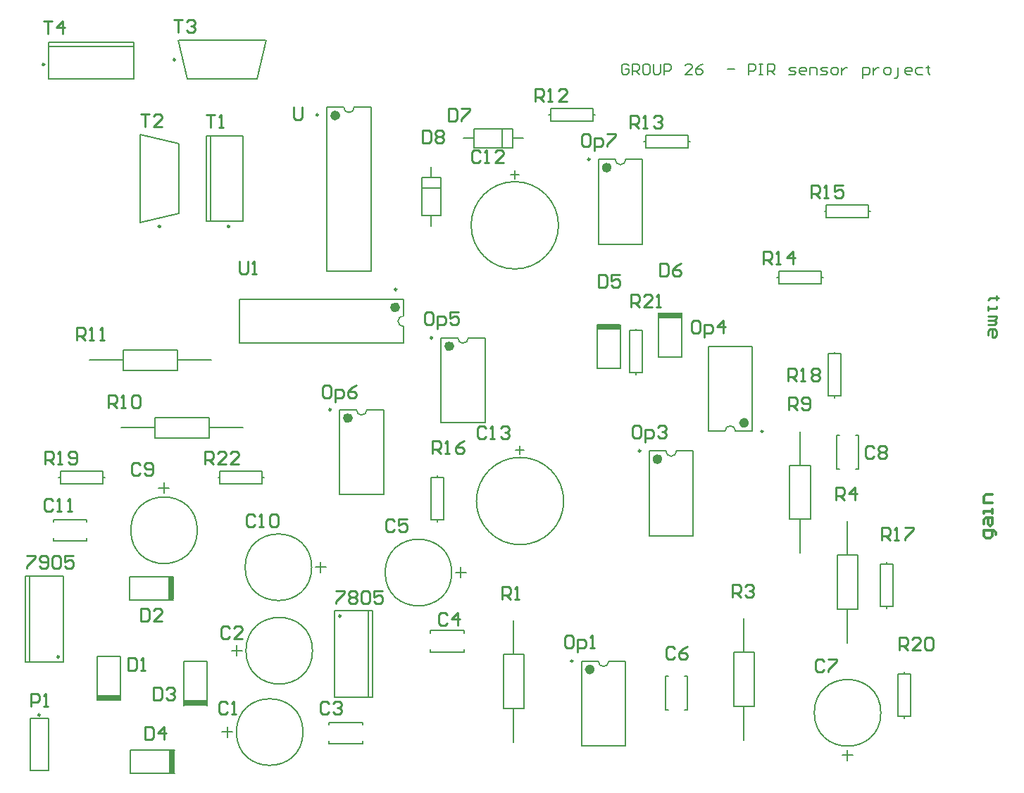
<source format=gto>
G04*
G04 #@! TF.GenerationSoftware,Altium Limited,Altium Designer,22.0.2 (36)*
G04*
G04 Layer_Color=65535*
%FSLAX25Y25*%
%MOIN*%
G70*
G04*
G04 #@! TF.SameCoordinates,EECF79FC-5A36-4EFC-AF15-45E6CBE4EAF3*
G04*
G04*
G04 #@! TF.FilePolarity,Positive*
G04*
G01*
G75*
%ADD10C,0.00787*%
%ADD11C,0.00984*%
%ADD12C,0.02362*%
%ADD13C,0.00591*%
%ADD14C,0.01181*%
%ADD15C,0.01000*%
%ADD16R,0.11024X0.03150*%
%ADD17R,0.03150X0.11024*%
D10*
X541748Y163610D02*
G03*
X541748Y163610I-15748J0D01*
G01*
X408000Y188079D02*
G03*
X413000Y188079I2500J0D01*
G01*
X293500Y307079D02*
G03*
X298500Y307079I2500J0D01*
G01*
X287500Y450280D02*
G03*
X292500Y450280I2500J0D01*
G01*
X473000Y296921D02*
G03*
X468000Y296921I-2500J0D01*
G01*
X440000Y287579D02*
G03*
X445000Y287579I2500J0D01*
G01*
X391669Y263843D02*
G03*
X391669Y263843I-20669J0D01*
G01*
X315779Y351500D02*
G03*
X315779Y346500I0J-2500D01*
G01*
X338638Y230000D02*
G03*
X338638Y230000I-15748J0D01*
G01*
X389169Y394343D02*
G03*
X389169Y394343I-20669J0D01*
G01*
X416000Y425579D02*
G03*
X421000Y425579I2500J0D01*
G01*
X341500Y341079D02*
G03*
X346500Y341079I2500J0D01*
G01*
X272358Y232500D02*
G03*
X272358Y232500I-15748J0D01*
G01*
X218248Y250000D02*
G03*
X218248Y250000I-15748J0D01*
G01*
X268248Y154500D02*
G03*
X268248Y154500I-15748J0D01*
G01*
X272748Y193000D02*
G03*
X272748Y193000I-15748J0D01*
G01*
X520882Y279126D02*
X522161D01*
X529839D02*
X531118D01*
Y294874D01*
X520882D02*
X522161D01*
X529839D02*
X531118D01*
X520882Y279126D02*
Y294874D01*
X526000Y141110D02*
Y146110D01*
X523500Y143610D02*
X528500D01*
X544500Y213100D02*
Y214000D01*
Y234000D02*
Y234900D01*
X541500Y214000D02*
X544500D01*
X541500D02*
Y234000D01*
X547500D01*
Y214000D02*
Y234000D01*
X544500Y214000D02*
X547500D01*
X400067Y147921D02*
Y188079D01*
X420933Y147921D02*
Y188079D01*
X400067D02*
X408000D01*
X413000D02*
X420933D01*
X400067Y147921D02*
X420933D01*
X372921Y165685D02*
Y191276D01*
X363079Y165685D02*
X372921D01*
X363079D02*
Y191276D01*
X372921D01*
X368000D02*
Y207220D01*
Y149740D02*
Y165685D01*
X328626Y201339D02*
Y202618D01*
Y192382D02*
Y193661D01*
Y192382D02*
X344374D01*
Y201339D02*
Y202618D01*
Y192382D02*
Y193661D01*
X328626Y202618D02*
X344374D01*
X285567Y266921D02*
X306433D01*
X298500Y307079D02*
X306433D01*
X285567D02*
X293500D01*
X306433Y266921D02*
Y307079D01*
X285567Y266921D02*
Y307079D01*
X209291Y481850D02*
X213433Y463543D01*
X209488Y481850D02*
X250512D01*
X246567Y463543D02*
X250709Y481850D01*
X213433Y463543D02*
X246567D01*
X147921Y478965D02*
X188079D01*
X147921Y480933D02*
X188079D01*
X147921Y463610D02*
X188079D01*
Y480933D01*
X147921Y463610D02*
Y480933D01*
X279567Y372720D02*
Y450280D01*
X300433Y372720D02*
Y450280D01*
X279567D02*
X287500D01*
X292500D02*
X300433D01*
X279567Y372720D02*
X300433D01*
X460067Y337079D02*
X480933D01*
X460067Y296921D02*
X468000D01*
X473000D02*
X480933D01*
X460067D02*
Y337079D01*
X480933Y296921D02*
Y337079D01*
X432067Y247421D02*
X452933D01*
X445000Y287579D02*
X452933D01*
X432067D02*
X440000D01*
X452933Y247421D02*
Y287579D01*
X432067Y247421D02*
Y287579D01*
X332000Y275000D02*
Y275900D01*
Y254100D02*
Y255000D01*
Y275000D02*
X335000D01*
Y255000D02*
Y275000D01*
X329000Y255000D02*
X335000D01*
X329000D02*
Y275000D01*
X332000D01*
X238221Y338567D02*
Y359433D01*
X315779Y338567D02*
Y346500D01*
Y351500D02*
Y359433D01*
X238221Y338567D02*
X315779D01*
X238221Y359433D02*
X315779D01*
X407488Y326567D02*
X418512D01*
X407488D02*
Y347433D01*
X418512Y326567D02*
Y347433D01*
X436488Y332067D02*
X447512D01*
X436488D02*
Y352933D01*
X447512Y332067D02*
Y352933D01*
X503500Y280815D02*
Y296760D01*
Y239280D02*
Y255224D01*
X498579D02*
X508421D01*
Y280815D01*
X498579D02*
X508421D01*
X498579Y255224D02*
Y280815D01*
X520000Y313500D02*
X523000D01*
Y333500D01*
X517000D02*
X523000D01*
X517000Y313500D02*
Y333500D01*
Y313500D02*
X520000D01*
Y333500D02*
Y334400D01*
Y312600D02*
Y313500D01*
X426000Y324500D02*
X429000D01*
Y344500D01*
X423000D02*
X429000D01*
X423000Y324500D02*
Y344500D01*
Y324500D02*
X426000D01*
Y344500D02*
Y345400D01*
Y323600D02*
Y324500D01*
X223776Y298500D02*
X239720D01*
X182240D02*
X198185D01*
Y293579D02*
Y303421D01*
Y293579D02*
X223776D01*
Y303421D01*
X198185D02*
X223776D01*
X342890Y227500D02*
Y232500D01*
X340390Y230000D02*
X345390D01*
X477000Y150780D02*
Y166724D01*
Y192315D02*
Y208260D01*
X472079Y192315D02*
X481921D01*
X472079Y166724D02*
Y192315D01*
Y166724D02*
X481921D01*
Y192315D01*
X324374Y412154D02*
X333626D01*
X329000Y417154D02*
Y422154D01*
Y393846D02*
Y398846D01*
X324374D02*
X333626D01*
X324374D02*
Y417154D01*
X333626D01*
Y398846D02*
Y417154D01*
X408067Y385421D02*
Y425579D01*
X428933Y385421D02*
Y425579D01*
X408067D02*
X416000D01*
X421000D02*
X428933D01*
X408067Y385421D02*
X428933D01*
X333567Y300921D02*
X354433D01*
X346500Y341079D02*
X354433D01*
X333567D02*
X341500D01*
X354433Y300921D02*
Y341079D01*
X333567Y300921D02*
Y341079D01*
X405500Y446500D02*
X406400D01*
X384600D02*
X385500D01*
X405500Y443500D02*
Y446500D01*
X385500Y443500D02*
X405500D01*
X385500D02*
Y449500D01*
X405500D01*
Y446500D02*
Y449500D01*
X429600Y434000D02*
X430500D01*
X450500D02*
X451400D01*
X430500D02*
Y437000D01*
X450500D01*
Y431000D02*
Y437000D01*
X430500Y431000D02*
X450500D01*
X430500D02*
Y434000D01*
X209457Y399933D02*
Y433067D01*
X191150Y437209D02*
X209457Y433067D01*
X191150Y395988D02*
Y437012D01*
Y395791D02*
X209457Y399933D01*
X222567Y396421D02*
X239890D01*
X222567Y436579D02*
X239890D01*
Y396421D02*
Y436579D01*
X222567Y396421D02*
Y436579D01*
X224535Y396421D02*
Y436579D01*
X362654Y430874D02*
Y440126D01*
X367654Y435500D02*
X372654D01*
X344346D02*
X349346D01*
Y430874D02*
Y440126D01*
X367654D01*
Y430874D02*
Y440126D01*
X349346Y430874D02*
X367654D01*
X450118Y165126D02*
Y180874D01*
X439882Y165126D02*
X441161D01*
X448839D02*
X450118D01*
X439882D02*
Y180874D01*
X441161D01*
X448839D02*
X450118D01*
X553000Y162000D02*
X556000D01*
Y182000D01*
X550000D02*
X556000D01*
X550000Y162000D02*
Y182000D01*
Y162000D02*
X553000D01*
Y182000D02*
Y182900D01*
Y161100D02*
Y162000D01*
X526000Y238315D02*
Y254260D01*
Y196780D02*
Y212724D01*
X521079D02*
X530921D01*
Y238315D01*
X521079D02*
X530921D01*
X521079Y212724D02*
Y238315D01*
X536000Y401000D02*
X536900D01*
X515100D02*
X516000D01*
X536000Y398000D02*
Y401000D01*
X516000Y398000D02*
X536000D01*
X516000D02*
Y404000D01*
X536000D01*
Y401000D02*
Y404000D01*
X492600Y369500D02*
X493500D01*
X513500D02*
X514400D01*
X493500D02*
Y372500D01*
X513500D01*
Y366500D02*
Y372500D01*
X493500Y366500D02*
X513500D01*
X493500D02*
Y369500D01*
X147831Y136421D02*
Y160831D01*
X139169Y136421D02*
X147831D01*
X139169D02*
Y160831D01*
X147831D01*
X138748Y187528D02*
Y228472D01*
X136780Y187528D02*
X154890D01*
Y228472D01*
X136780D02*
X154890D01*
X136780Y187528D02*
Y228472D01*
X173500Y275000D02*
Y278000D01*
X153500D02*
X173500D01*
X153500Y272000D02*
Y278000D01*
Y272000D02*
X173500D01*
Y275000D01*
X152600D02*
X153500D01*
X173500D02*
X174400D01*
X186567Y134988D02*
Y146012D01*
X207433D01*
X186567Y134988D02*
X207433D01*
X170988Y190433D02*
X182012D01*
Y169567D02*
Y190433D01*
X170988Y169567D02*
Y190433D01*
X211988Y187933D02*
X223012D01*
Y167067D02*
Y187933D01*
X211988Y167067D02*
Y187933D01*
X186067Y216988D02*
Y228012D01*
X206933D01*
X186067Y216988D02*
X206933D01*
X150126Y255118D02*
X165874D01*
Y244882D02*
Y246161D01*
Y253839D02*
Y255118D01*
X150126Y244882D02*
X165874D01*
X150126D02*
Y246161D01*
Y253839D02*
Y255118D01*
X276610Y230000D02*
Y235000D01*
X274110Y232500D02*
X279110D01*
X200000Y270000D02*
X205000D01*
X202500Y267500D02*
Y272500D01*
X301220Y171028D02*
Y211972D01*
X283110Y171028D02*
X301220D01*
X283110D02*
Y211972D01*
X301220D01*
X299252Y171028D02*
Y211972D01*
X232500Y152000D02*
Y157000D01*
X230000Y154500D02*
X235000D01*
X237000Y190500D02*
Y195500D01*
X234500Y193000D02*
X239500D01*
X280626Y148882D02*
X296374D01*
X280626Y157839D02*
Y159118D01*
Y148882D02*
Y150161D01*
Y159118D02*
X296374D01*
Y157839D02*
Y159118D01*
Y148882D02*
Y150161D01*
X249000Y275000D02*
Y278000D01*
X229000D02*
X249000D01*
X229000Y272000D02*
Y278000D01*
Y272000D02*
X249000D01*
Y275000D01*
X228100D02*
X229000D01*
X249000D02*
X249900D01*
X167240Y330500D02*
X183185D01*
X208776D02*
X224720D01*
X208776Y325579D02*
Y335421D01*
X183185D02*
X208776D01*
X183185Y325579D02*
Y335421D01*
Y325579D02*
X208776D01*
D11*
X395992Y188118D02*
G03*
X395992Y188118I-492J0D01*
G01*
X281492Y307118D02*
G03*
X281492Y307118I-492J0D01*
G01*
X207815Y472697D02*
G03*
X207815Y472697I-492J0D01*
G01*
X145854Y470500D02*
G03*
X145854Y470500I-492J0D01*
G01*
X275492Y446618D02*
G03*
X275492Y446618I-492J0D01*
G01*
X485992Y296882D02*
G03*
X485992Y296882I-492J0D01*
G01*
X427992Y287618D02*
G03*
X427992Y287618I-492J0D01*
G01*
X312610Y364000D02*
G03*
X312610Y364000I-492J0D01*
G01*
X403992Y425618D02*
G03*
X403992Y425618I-492J0D01*
G01*
X329492Y341118D02*
G03*
X329492Y341118I-492J0D01*
G01*
X200795Y393823D02*
G03*
X200795Y393823I-492J0D01*
G01*
X233492Y393862D02*
G03*
X233492Y393862I-492J0D01*
G01*
X143894Y162602D02*
G03*
X143894Y162602I-492J0D01*
G01*
X152823Y190087D02*
G03*
X152823Y190087I-492J0D01*
G01*
X286161Y209413D02*
G03*
X286161Y209413I-492J0D01*
G01*
X597404Y360032D02*
X596420D01*
Y361016D01*
Y359048D01*
Y360032D01*
X593468D01*
X592484Y359048D01*
Y356096D02*
Y354128D01*
Y355112D01*
X596420D01*
Y356096D01*
X592484Y351176D02*
X596420D01*
Y350192D01*
X595436Y349209D01*
X592484D01*
X595436D01*
X596420Y348225D01*
X595436Y347241D01*
X592484D01*
Y342321D02*
Y344289D01*
X593468Y345273D01*
X595436D01*
X596420Y344289D01*
Y342321D01*
X595436Y341337D01*
X594452D01*
Y345273D01*
D12*
X405185Y184142D02*
G03*
X405185Y184142I-1181J0D01*
G01*
X290685Y303142D02*
G03*
X290685Y303142I-1181J0D01*
G01*
X284685Y446343D02*
G03*
X284685Y446343I-1181J0D01*
G01*
X478177Y300858D02*
G03*
X478177Y300858I-1181J0D01*
G01*
X437185Y283642D02*
G03*
X437185Y283642I-1181J0D01*
G01*
X313024Y355496D02*
G03*
X313024Y355496I-1181J0D01*
G01*
X413185Y421642D02*
G03*
X413185Y421642I-1181J0D01*
G01*
X338685Y337142D02*
G03*
X338685Y337142I-1181J0D01*
G01*
D13*
X422423Y469922D02*
X421590Y470755D01*
X419924D01*
X419091Y469922D01*
Y466590D01*
X419924Y465757D01*
X421590D01*
X422423Y466590D01*
Y468256D01*
X420757D01*
X424089Y465757D02*
Y470755D01*
X426588D01*
X427421Y469922D01*
Y468256D01*
X426588Y467423D01*
X424089D01*
X425755D02*
X427421Y465757D01*
X431587Y470755D02*
X429920D01*
X429087Y469922D01*
Y466590D01*
X429920Y465757D01*
X431587D01*
X432420Y466590D01*
Y469922D01*
X431587Y470755D01*
X434086D02*
Y466590D01*
X434919Y465757D01*
X436585D01*
X437418Y466590D01*
Y470755D01*
X439084Y465757D02*
Y470755D01*
X441583D01*
X442416Y469922D01*
Y468256D01*
X441583Y467423D01*
X439084D01*
X452413Y465757D02*
X449081D01*
X452413Y469089D01*
Y469922D01*
X451580Y470755D01*
X449914D01*
X449081Y469922D01*
X457411Y470755D02*
X455745Y469922D01*
X454079Y468256D01*
Y466590D01*
X454912Y465757D01*
X456578D01*
X457411Y466590D01*
Y467423D01*
X456578Y468256D01*
X454079D01*
X469074D02*
X472407D01*
X479071Y465757D02*
Y470755D01*
X481570D01*
X482403Y469922D01*
Y468256D01*
X481570Y467423D01*
X479071D01*
X484069Y470755D02*
X485736D01*
X484902D01*
Y465757D01*
X484069D01*
X485736D01*
X488235D02*
Y470755D01*
X490734D01*
X491567Y469922D01*
Y468256D01*
X490734Y467423D01*
X488235D01*
X489901D02*
X491567Y465757D01*
X498232D02*
X500731D01*
X501564Y466590D01*
X500731Y467423D01*
X499065D01*
X498232Y468256D01*
X499065Y469089D01*
X501564D01*
X505729Y465757D02*
X504063D01*
X503230Y466590D01*
Y468256D01*
X504063Y469089D01*
X505729D01*
X506562Y468256D01*
Y467423D01*
X503230D01*
X508228Y465757D02*
Y469089D01*
X510728D01*
X511561Y468256D01*
Y465757D01*
X513227D02*
X515726D01*
X516559Y466590D01*
X515726Y467423D01*
X514060D01*
X513227Y468256D01*
X514060Y469089D01*
X516559D01*
X519058Y465757D02*
X520724D01*
X521557Y466590D01*
Y468256D01*
X520724Y469089D01*
X519058D01*
X518225Y468256D01*
Y466590D01*
X519058Y465757D01*
X523223Y469089D02*
Y465757D01*
Y467423D01*
X524056Y468256D01*
X524890Y469089D01*
X525723D01*
X533220Y464090D02*
Y469089D01*
X535719D01*
X536552Y468256D01*
Y466590D01*
X535719Y465757D01*
X533220D01*
X538219Y469089D02*
Y465757D01*
Y467423D01*
X539052Y468256D01*
X539885Y469089D01*
X540718D01*
X544050Y465757D02*
X545716D01*
X546549Y466590D01*
Y468256D01*
X545716Y469089D01*
X544050D01*
X543217Y468256D01*
Y466590D01*
X544050Y465757D01*
X548215Y464090D02*
X549048D01*
X549882Y464924D01*
Y469089D01*
X555713Y465757D02*
X554047D01*
X553214Y466590D01*
Y468256D01*
X554047Y469089D01*
X555713D01*
X556546Y468256D01*
Y467423D01*
X553214D01*
X561544Y469089D02*
X559045D01*
X558212Y468256D01*
Y466590D01*
X559045Y465757D01*
X561544D01*
X564044Y469922D02*
Y469089D01*
X563210D01*
X564877D01*
X564044D01*
Y466590D01*
X564877Y465757D01*
X370952Y289843D02*
Y285907D01*
X372920Y287875D02*
X368984D01*
X368452Y420343D02*
Y416407D01*
X370420Y418375D02*
X366484D01*
D14*
X596319Y248149D02*
Y249133D01*
X595335Y250117D01*
X590415D01*
Y247165D01*
X591399Y246181D01*
X593367D01*
X594351Y247165D01*
Y250117D01*
X590415Y253069D02*
Y255036D01*
X591399Y256020D01*
X594351D01*
Y253069D01*
X593367Y252085D01*
X592383Y253069D01*
Y256020D01*
X594351Y257988D02*
Y259956D01*
Y258972D01*
X590415D01*
Y257988D01*
X594351Y262908D02*
X590415D01*
Y265860D01*
X591399Y266844D01*
X594351D01*
D15*
X280502Y318499D02*
X278502D01*
X277503Y317499D01*
Y313500D01*
X278502Y312501D01*
X280502D01*
X281501Y313500D01*
Y317499D01*
X280502Y318499D01*
X283501Y310501D02*
Y316499D01*
X286500D01*
X287499Y315500D01*
Y313500D01*
X286500Y312501D01*
X283501D01*
X293497Y318499D02*
X291498Y317499D01*
X289499Y315500D01*
Y313500D01*
X290498Y312501D01*
X292498D01*
X293497Y313500D01*
Y314500D01*
X292498Y315500D01*
X289499D01*
X238100Y377198D02*
Y372200D01*
X239100Y371200D01*
X241099D01*
X242099Y372200D01*
Y377198D01*
X244098Y371200D02*
X246097D01*
X245098D01*
Y377198D01*
X244098Y376198D01*
X221800Y281400D02*
Y287398D01*
X224799D01*
X225799Y286398D01*
Y284399D01*
X224799Y283399D01*
X221800D01*
X223799D02*
X225799Y281400D01*
X231797D02*
X227798D01*
X231797Y285399D01*
Y286398D01*
X230797Y287398D01*
X228798D01*
X227798Y286398D01*
X237795Y281400D02*
X233796D01*
X237795Y285399D01*
Y286398D01*
X236795Y287398D01*
X234796D01*
X233796Y286398D01*
X423600Y355700D02*
Y361698D01*
X426599D01*
X427599Y360698D01*
Y358699D01*
X426599Y357699D01*
X423600D01*
X425599D02*
X427599Y355700D01*
X433597D02*
X429598D01*
X433597Y359699D01*
Y360698D01*
X432597Y361698D01*
X430598D01*
X429598Y360698D01*
X435596Y355700D02*
X437596D01*
X436596D01*
Y361698D01*
X435596Y360698D01*
X550600Y193200D02*
Y199198D01*
X553599D01*
X554599Y198198D01*
Y196199D01*
X553599Y195199D01*
X550600D01*
X552599D02*
X554599Y193200D01*
X560597D02*
X556598D01*
X560597Y197199D01*
Y198198D01*
X559597Y199198D01*
X557598D01*
X556598Y198198D01*
X562596D02*
X563596Y199198D01*
X565595D01*
X566595Y198198D01*
Y194200D01*
X565595Y193200D01*
X563596D01*
X562596Y194200D01*
Y198198D01*
X146300Y281400D02*
Y287398D01*
X149299D01*
X150299Y286398D01*
Y284399D01*
X149299Y283399D01*
X146300D01*
X148299D02*
X150299Y281400D01*
X152298D02*
X154297D01*
X153298D01*
Y287398D01*
X152298Y286398D01*
X157296Y282400D02*
X158296Y281400D01*
X160295D01*
X161295Y282400D01*
Y286398D01*
X160295Y287398D01*
X158296D01*
X157296Y286398D01*
Y285399D01*
X158296Y284399D01*
X161295D01*
X498002Y320501D02*
Y326499D01*
X501002D01*
X502001Y325499D01*
Y323500D01*
X501002Y322500D01*
X498002D01*
X500002D02*
X502001Y320501D01*
X504001D02*
X506000D01*
X505000D01*
Y326499D01*
X504001Y325499D01*
X508999D02*
X509999Y326499D01*
X511998D01*
X512998Y325499D01*
Y324500D01*
X511998Y323500D01*
X512998Y322500D01*
Y321501D01*
X511998Y320501D01*
X509999D01*
X508999Y321501D01*
Y322500D01*
X509999Y323500D01*
X508999Y324500D01*
Y325499D01*
X509999Y323500D02*
X511998D01*
X542100Y245200D02*
Y251198D01*
X545099D01*
X546099Y250198D01*
Y248199D01*
X545099Y247199D01*
X542100D01*
X544099D02*
X546099Y245200D01*
X548098D02*
X550097D01*
X549098D01*
Y251198D01*
X548098Y250198D01*
X553096Y251198D02*
X557095D01*
Y250198D01*
X553096Y246200D01*
Y245200D01*
X263800Y450398D02*
Y445400D01*
X264800Y444400D01*
X266799D01*
X267799Y445400D01*
Y450398D01*
X145400Y490998D02*
X149399D01*
X147399D01*
Y485000D01*
X154397D02*
Y490998D01*
X151398Y487999D01*
X155397D01*
X207300Y491598D02*
X211299D01*
X209299D01*
Y485600D01*
X213298Y490598D02*
X214298Y491598D01*
X216297D01*
X217297Y490598D01*
Y489599D01*
X216297Y488599D01*
X215297D01*
X216297D01*
X217297Y487599D01*
Y486600D01*
X216297Y485600D01*
X214298D01*
X213298Y486600D01*
X191400Y446998D02*
X195399D01*
X193399D01*
Y441000D01*
X201397D02*
X197398D01*
X201397Y444999D01*
Y445998D01*
X200397Y446998D01*
X198398D01*
X197398Y445998D01*
X222500Y446698D02*
X226499D01*
X224499D01*
Y440700D01*
X228498D02*
X230497D01*
X229498D01*
Y446698D01*
X228498Y445698D01*
X329600Y286200D02*
Y292198D01*
X332599D01*
X333599Y291198D01*
Y289199D01*
X332599Y288199D01*
X329600D01*
X331599D02*
X333599Y286200D01*
X335598D02*
X337597D01*
X336598D01*
Y292198D01*
X335598Y291198D01*
X344595Y292198D02*
X342596Y291198D01*
X340596Y289199D01*
Y287200D01*
X341596Y286200D01*
X343596D01*
X344595Y287200D01*
Y288199D01*
X343596Y289199D01*
X340596D01*
X508800Y407400D02*
Y413398D01*
X511799D01*
X512799Y412398D01*
Y410399D01*
X511799Y409399D01*
X508800D01*
X510799D02*
X512799Y407400D01*
X514798D02*
X516797D01*
X515798D01*
Y413398D01*
X514798Y412398D01*
X523795Y413398D02*
X519796D01*
Y410399D01*
X521796Y411399D01*
X522795D01*
X523795Y410399D01*
Y408400D01*
X522795Y407400D01*
X520796D01*
X519796Y408400D01*
X486300Y375900D02*
Y381898D01*
X489299D01*
X490299Y380898D01*
Y378899D01*
X489299Y377899D01*
X486300D01*
X488299D02*
X490299Y375900D01*
X492298D02*
X494297D01*
X493298D01*
Y381898D01*
X492298Y380898D01*
X500295Y375900D02*
Y381898D01*
X497296Y378899D01*
X501295D01*
X423300Y440400D02*
Y446398D01*
X426299D01*
X427299Y445398D01*
Y443399D01*
X426299Y442399D01*
X423300D01*
X425299D02*
X427299Y440400D01*
X429298D02*
X431297D01*
X430298D01*
Y446398D01*
X429298Y445398D01*
X434296D02*
X435296Y446398D01*
X437295D01*
X438295Y445398D01*
Y444399D01*
X437295Y443399D01*
X436296D01*
X437295D01*
X438295Y442399D01*
Y441400D01*
X437295Y440400D01*
X435296D01*
X434296Y441400D01*
X378300Y452900D02*
Y458898D01*
X381299D01*
X382299Y457898D01*
Y455899D01*
X381299Y454899D01*
X378300D01*
X380299D02*
X382299Y452900D01*
X384298D02*
X386297D01*
X385298D01*
Y458898D01*
X384298Y457898D01*
X393295Y452900D02*
X389296D01*
X393295Y456899D01*
Y457898D01*
X392296Y458898D01*
X390296D01*
X389296Y457898D01*
X161100Y339900D02*
Y345898D01*
X164099D01*
X165099Y344898D01*
Y342899D01*
X164099Y341899D01*
X161100D01*
X163099D02*
X165099Y339900D01*
X167098D02*
X169097D01*
X168098D01*
Y345898D01*
X167098Y344898D01*
X172096Y339900D02*
X174096D01*
X173096D01*
Y345898D01*
X172096Y344898D01*
X176100Y307900D02*
Y313898D01*
X179099D01*
X180099Y312898D01*
Y310899D01*
X179099Y309899D01*
X176100D01*
X178099D02*
X180099Y307900D01*
X182098D02*
X184097D01*
X183098D01*
Y313898D01*
X182098Y312898D01*
X187096D02*
X188096Y313898D01*
X190095D01*
X191095Y312898D01*
Y308900D01*
X190095Y307900D01*
X188096D01*
X187096Y308900D01*
Y312898D01*
X498100Y306900D02*
Y312898D01*
X501099D01*
X502099Y311898D01*
Y309899D01*
X501099Y308899D01*
X498100D01*
X500099D02*
X502099Y306900D01*
X504098Y307900D02*
X505098Y306900D01*
X507097D01*
X508097Y307900D01*
Y311898D01*
X507097Y312898D01*
X505098D01*
X504098Y311898D01*
Y310899D01*
X505098Y309899D01*
X508097D01*
X520600Y264400D02*
Y270398D01*
X523599D01*
X524599Y269398D01*
Y267399D01*
X523599Y266399D01*
X520600D01*
X522599D02*
X524599Y264400D01*
X529597D02*
Y270398D01*
X526598Y267399D01*
X530597D01*
X471600Y218400D02*
Y224398D01*
X474599D01*
X475599Y223398D01*
Y221399D01*
X474599Y220399D01*
X471600D01*
X473599D02*
X475599Y218400D01*
X477598Y223398D02*
X478598Y224398D01*
X480597D01*
X481597Y223398D01*
Y222399D01*
X480597Y221399D01*
X479597D01*
X480597D01*
X481597Y220399D01*
Y219400D01*
X480597Y218400D01*
X478598D01*
X477598Y219400D01*
X362600Y217400D02*
Y223398D01*
X365599D01*
X366599Y222398D01*
Y220399D01*
X365599Y219399D01*
X362600D01*
X364599D02*
X366599Y217400D01*
X368598D02*
X370597D01*
X369598D01*
Y223398D01*
X368598Y222398D01*
X139400Y166600D02*
Y172598D01*
X142399D01*
X143399Y171598D01*
Y169599D01*
X142399Y168599D01*
X139400D01*
X145398Y166600D02*
X147397D01*
X146398D01*
Y172598D01*
X145398Y171598D01*
X403299Y437698D02*
X401300D01*
X400300Y436698D01*
Y432700D01*
X401300Y431700D01*
X403299D01*
X404299Y432700D01*
Y436698D01*
X403299Y437698D01*
X406298Y429701D02*
Y435699D01*
X409297D01*
X410297Y434699D01*
Y432700D01*
X409297Y431700D01*
X406298D01*
X412296Y437698D02*
X416295D01*
Y436698D01*
X412296Y432700D01*
Y431700D01*
X328799Y353198D02*
X326800D01*
X325800Y352198D01*
Y348200D01*
X326800Y347200D01*
X328799D01*
X329799Y348200D01*
Y352198D01*
X328799Y353198D01*
X331798Y345201D02*
Y351199D01*
X334797D01*
X335797Y350199D01*
Y348200D01*
X334797Y347200D01*
X331798D01*
X341795Y353198D02*
X337796D01*
Y350199D01*
X339795Y351199D01*
X340795D01*
X341795Y350199D01*
Y348200D01*
X340795Y347200D01*
X338796D01*
X337796Y348200D01*
X455299Y349198D02*
X453300D01*
X452300Y348198D01*
Y344200D01*
X453300Y343200D01*
X455299D01*
X456299Y344200D01*
Y348198D01*
X455299Y349198D01*
X458298Y341201D02*
Y347199D01*
X461297D01*
X462297Y346199D01*
Y344200D01*
X461297Y343200D01*
X458298D01*
X467295D02*
Y349198D01*
X464296Y346199D01*
X468295D01*
X427299Y299698D02*
X425300D01*
X424300Y298698D01*
Y294700D01*
X425300Y293700D01*
X427299D01*
X428299Y294700D01*
Y298698D01*
X427299Y299698D01*
X430298Y291701D02*
Y297699D01*
X433297D01*
X434297Y296699D01*
Y294700D01*
X433297Y293700D01*
X430298D01*
X436296Y298698D02*
X437296Y299698D01*
X439295D01*
X440295Y298698D01*
Y297699D01*
X439295Y296699D01*
X438296D01*
X439295D01*
X440295Y295699D01*
Y294700D01*
X439295Y293700D01*
X437296D01*
X436296Y294700D01*
X395299Y200198D02*
X393300D01*
X392300Y199198D01*
Y195200D01*
X393300Y194200D01*
X395299D01*
X396299Y195200D01*
Y199198D01*
X395299Y200198D01*
X398298Y192201D02*
Y198199D01*
X401297D01*
X402297Y197199D01*
Y195200D01*
X401297Y194200D01*
X398298D01*
X404296D02*
X406295D01*
X405296D01*
Y200198D01*
X404296Y199198D01*
X325000Y439198D02*
Y433200D01*
X327999D01*
X328999Y434200D01*
Y438198D01*
X327999Y439198D01*
X325000D01*
X330998Y438198D02*
X331998Y439198D01*
X333997D01*
X334997Y438198D01*
Y437199D01*
X333997Y436199D01*
X334997Y435199D01*
Y434200D01*
X333997Y433200D01*
X331998D01*
X330998Y434200D01*
Y435199D01*
X331998Y436199D01*
X330998Y437199D01*
Y438198D01*
X331998Y436199D02*
X333997D01*
X337300Y449498D02*
Y443500D01*
X340299D01*
X341299Y444500D01*
Y448498D01*
X340299Y449498D01*
X337300D01*
X343298D02*
X347297D01*
Y448498D01*
X343298Y444500D01*
Y443500D01*
X437100Y376398D02*
Y370400D01*
X440099D01*
X441099Y371400D01*
Y375398D01*
X440099Y376398D01*
X437100D01*
X447097D02*
X445097Y375398D01*
X443098Y373399D01*
Y371400D01*
X444098Y370400D01*
X446097D01*
X447097Y371400D01*
Y372399D01*
X446097Y373399D01*
X443098D01*
X408100Y370898D02*
Y364900D01*
X411099D01*
X412099Y365900D01*
Y369898D01*
X411099Y370898D01*
X408100D01*
X418097D02*
X414098D01*
Y367899D01*
X416097Y368899D01*
X417097D01*
X418097Y367899D01*
Y365900D01*
X417097Y364900D01*
X415098D01*
X414098Y365900D01*
X354799Y298398D02*
X353799Y299398D01*
X351800D01*
X350800Y298398D01*
Y294400D01*
X351800Y293400D01*
X353799D01*
X354799Y294400D01*
X356798Y293400D02*
X358797D01*
X357798D01*
Y299398D01*
X356798Y298398D01*
X361796D02*
X362796Y299398D01*
X364795D01*
X365795Y298398D01*
Y297399D01*
X364795Y296399D01*
X363796D01*
X364795D01*
X365795Y295399D01*
Y294400D01*
X364795Y293400D01*
X362796D01*
X361796Y294400D01*
X352299Y428898D02*
X351299Y429898D01*
X349300D01*
X348300Y428898D01*
Y424900D01*
X349300Y423900D01*
X351299D01*
X352299Y424900D01*
X354298Y423900D02*
X356297D01*
X355298D01*
Y429898D01*
X354298Y428898D01*
X363295Y423900D02*
X359296D01*
X363295Y427899D01*
Y428898D01*
X362296Y429898D01*
X360296D01*
X359296Y428898D01*
X149999Y263898D02*
X148999Y264898D01*
X147000D01*
X146000Y263898D01*
Y259900D01*
X147000Y258900D01*
X148999D01*
X149999Y259900D01*
X151998Y258900D02*
X153997D01*
X152998D01*
Y264898D01*
X151998Y263898D01*
X156996Y258900D02*
X158996D01*
X157996D01*
Y264898D01*
X156996Y263898D01*
X245399Y256698D02*
X244399Y257698D01*
X242400D01*
X241400Y256698D01*
Y252700D01*
X242400Y251700D01*
X244399D01*
X245399Y252700D01*
X247398Y251700D02*
X249397D01*
X248398D01*
Y257698D01*
X247398Y256698D01*
X252396D02*
X253396Y257698D01*
X255396D01*
X256395Y256698D01*
Y252700D01*
X255396Y251700D01*
X253396D01*
X252396Y252700D01*
Y256698D01*
X191299Y280898D02*
X190299Y281898D01*
X188300D01*
X187300Y280898D01*
Y276900D01*
X188300Y275900D01*
X190299D01*
X191299Y276900D01*
X193298D02*
X194298Y275900D01*
X196297D01*
X197297Y276900D01*
Y280898D01*
X196297Y281898D01*
X194298D01*
X193298Y280898D01*
Y279899D01*
X194298Y278899D01*
X197297D01*
X538500Y288999D02*
X537501Y289999D01*
X535501D01*
X534502Y288999D01*
Y285001D01*
X535501Y284001D01*
X537501D01*
X538500Y285001D01*
X540500Y288999D02*
X541499Y289999D01*
X543499D01*
X544498Y288999D01*
Y288000D01*
X543499Y287000D01*
X544498Y286000D01*
Y285001D01*
X543499Y284001D01*
X541499D01*
X540500Y285001D01*
Y286000D01*
X541499Y287000D01*
X540500Y288000D01*
Y288999D01*
X541499Y287000D02*
X543499D01*
X514799Y187898D02*
X513799Y188898D01*
X511800D01*
X510800Y187898D01*
Y183900D01*
X511800Y182900D01*
X513799D01*
X514799Y183900D01*
X516798Y188898D02*
X520797D01*
Y187898D01*
X516798Y183900D01*
Y182900D01*
X444099Y193998D02*
X443099Y194998D01*
X441100D01*
X440100Y193998D01*
Y190000D01*
X441100Y189000D01*
X443099D01*
X444099Y190000D01*
X450097Y194998D02*
X448097Y193998D01*
X446098Y191999D01*
Y190000D01*
X447098Y189000D01*
X449097D01*
X450097Y190000D01*
Y190999D01*
X449097Y191999D01*
X446098D01*
X311599Y254198D02*
X310599Y255198D01*
X308600D01*
X307600Y254198D01*
Y250200D01*
X308600Y249200D01*
X310599D01*
X311599Y250200D01*
X317597Y255198D02*
X313598D01*
Y252199D01*
X315597Y253199D01*
X316597D01*
X317597Y252199D01*
Y250200D01*
X316597Y249200D01*
X314598D01*
X313598Y250200D01*
X336500Y209999D02*
X335501Y210999D01*
X333501D01*
X332502Y209999D01*
Y206001D01*
X333501Y205001D01*
X335501D01*
X336500Y206001D01*
X341499Y205001D02*
Y210999D01*
X338500Y208000D01*
X342498D01*
X280499Y167898D02*
X279499Y168898D01*
X277500D01*
X276500Y167898D01*
Y163900D01*
X277500Y162900D01*
X279499D01*
X280499Y163900D01*
X282498Y167898D02*
X283498Y168898D01*
X285497D01*
X286497Y167898D01*
Y166899D01*
X285497Y165899D01*
X284497D01*
X285497D01*
X286497Y164899D01*
Y163900D01*
X285497Y162900D01*
X283498D01*
X282498Y163900D01*
X137400Y237898D02*
X141399D01*
Y236898D01*
X137400Y232900D01*
Y231900D01*
X143398Y232900D02*
X144398Y231900D01*
X146397D01*
X147397Y232900D01*
Y236898D01*
X146397Y237898D01*
X144398D01*
X143398Y236898D01*
Y235899D01*
X144398Y234899D01*
X147397D01*
X149396Y236898D02*
X150396Y237898D01*
X152395D01*
X153395Y236898D01*
Y232900D01*
X152395Y231900D01*
X150396D01*
X149396Y232900D01*
Y236898D01*
X159393Y237898D02*
X155394D01*
Y234899D01*
X157394Y235899D01*
X158393D01*
X159393Y234899D01*
Y232900D01*
X158393Y231900D01*
X156394D01*
X155394Y232900D01*
X283700Y221398D02*
X287699D01*
Y220398D01*
X283700Y216400D01*
Y215400D01*
X289698Y220398D02*
X290698Y221398D01*
X292697D01*
X293697Y220398D01*
Y219399D01*
X292697Y218399D01*
X293697Y217399D01*
Y216400D01*
X292697Y215400D01*
X290698D01*
X289698Y216400D01*
Y217399D01*
X290698Y218399D01*
X289698Y219399D01*
Y220398D01*
X290698Y218399D02*
X292697D01*
X295696Y220398D02*
X296696Y221398D01*
X298695D01*
X299695Y220398D01*
Y216400D01*
X298695Y215400D01*
X296696D01*
X295696Y216400D01*
Y220398D01*
X305693Y221398D02*
X301694D01*
Y218399D01*
X303694Y219399D01*
X304693D01*
X305693Y218399D01*
Y216400D01*
X304693Y215400D01*
X302694D01*
X301694Y216400D01*
X193502Y156999D02*
Y151001D01*
X196501D01*
X197500Y152001D01*
Y155999D01*
X196501Y156999D01*
X193502D01*
X202499Y151001D02*
Y156999D01*
X199500Y154000D01*
X203498D01*
X197502Y175499D02*
Y169501D01*
X200501D01*
X201500Y170501D01*
Y174499D01*
X200501Y175499D01*
X197502D01*
X203500Y174499D02*
X204499Y175499D01*
X206499D01*
X207498Y174499D01*
Y173500D01*
X206499Y172500D01*
X205499D01*
X206499D01*
X207498Y171500D01*
Y170501D01*
X206499Y169501D01*
X204499D01*
X203500Y170501D01*
X191502Y212999D02*
Y207001D01*
X194501D01*
X195500Y208001D01*
Y211999D01*
X194501Y212999D01*
X191502D01*
X201498Y207001D02*
X197500D01*
X201498Y211000D01*
Y211999D01*
X200499Y212999D01*
X198499D01*
X197500Y211999D01*
X185501Y189499D02*
Y183501D01*
X188500D01*
X189500Y184501D01*
Y188499D01*
X188500Y189499D01*
X185501D01*
X191499Y183501D02*
X193499D01*
X192499D01*
Y189499D01*
X191499Y188499D01*
X233500Y203499D02*
X232501Y204499D01*
X230501D01*
X229502Y203499D01*
Y199501D01*
X230501Y198501D01*
X232501D01*
X233500Y199501D01*
X239498Y198501D02*
X235500D01*
X239498Y202500D01*
Y203499D01*
X238499Y204499D01*
X236499D01*
X235500Y203499D01*
X232500Y167999D02*
X231500Y168999D01*
X229501D01*
X228501Y167999D01*
Y164001D01*
X229501Y163001D01*
X231500D01*
X232500Y164001D01*
X234499Y163001D02*
X236499D01*
X235499D01*
Y168999D01*
X234499Y167999D01*
D16*
X412961Y346255D02*
D03*
X441961Y351760D02*
D03*
X176500Y170729D02*
D03*
X217500Y168241D02*
D03*
D17*
X206270Y140500D02*
D03*
X205758Y222500D02*
D03*
M02*

</source>
